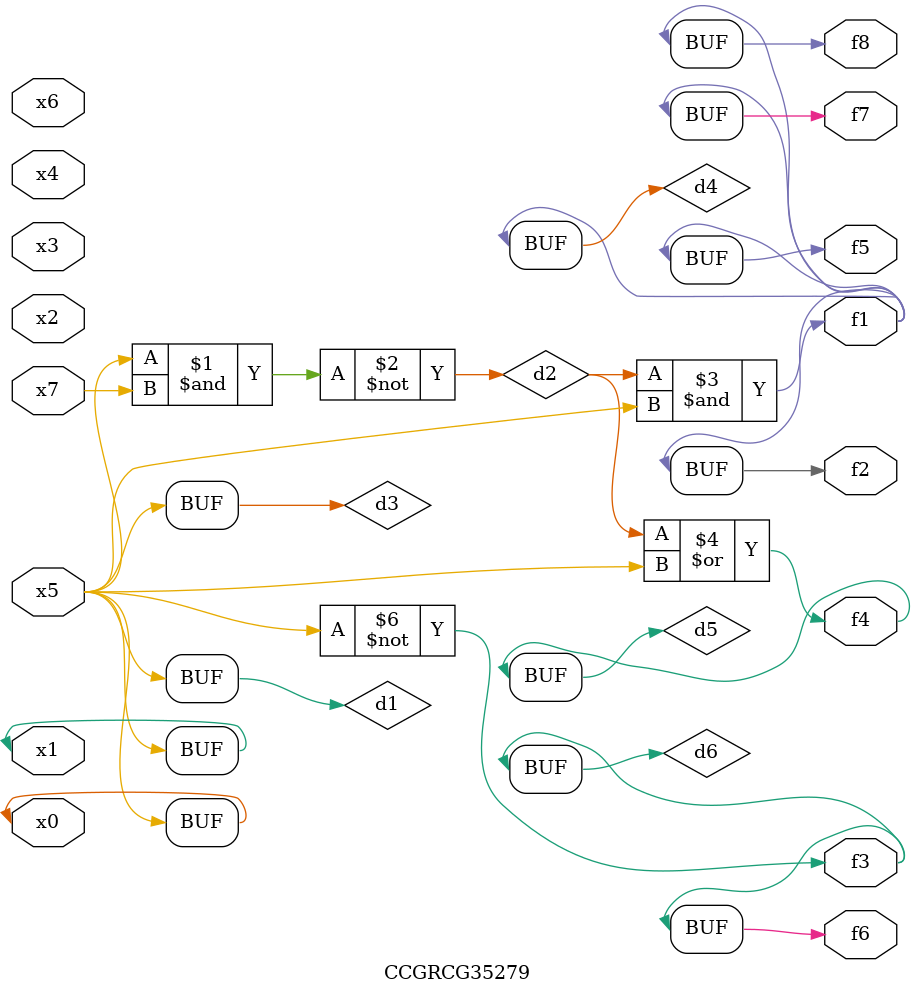
<source format=v>
module CCGRCG35279(
	input x0, x1, x2, x3, x4, x5, x6, x7,
	output f1, f2, f3, f4, f5, f6, f7, f8
);

	wire d1, d2, d3, d4, d5, d6;

	buf (d1, x0, x5);
	nand (d2, x5, x7);
	buf (d3, x0, x1);
	and (d4, d2, d3);
	or (d5, d2, d3);
	nor (d6, d1, d3);
	assign f1 = d4;
	assign f2 = d4;
	assign f3 = d6;
	assign f4 = d5;
	assign f5 = d4;
	assign f6 = d6;
	assign f7 = d4;
	assign f8 = d4;
endmodule

</source>
